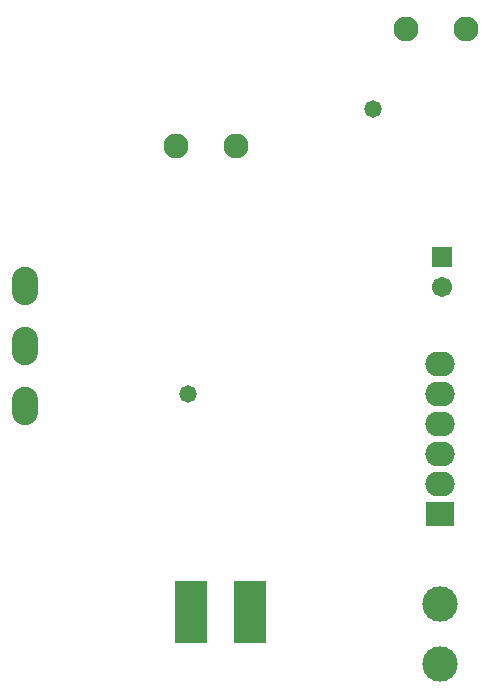
<source format=gbs>
G04*
G04 #@! TF.GenerationSoftware,Altium Limited,Altium Designer,21.0.9 (235)*
G04*
G04 Layer_Color=16711935*
%FSTAX24Y24*%
%MOIN*%
G70*
G04*
G04 #@! TF.SameCoordinates,45A28FA0-0FE0-41DF-BFDA-37982D4B71EE*
G04*
G04*
G04 #@! TF.FilePolarity,Negative*
G04*
G01*
G75*
%ADD22R,0.1080X0.2080*%
%ADD23C,0.0830*%
%ADD24C,0.1180*%
%ADD25C,0.0671*%
%ADD26R,0.0671X0.0671*%
%ADD27O,0.0980X0.0830*%
%ADD28R,0.0980X0.0830*%
%ADD29O,0.0867X0.1280*%
%ADD30C,0.0580*%
D22*
X04185Y022934D02*
D03*
X039881D02*
D03*
D23*
X04705Y04235D02*
D03*
X04905D02*
D03*
X0394Y03845D02*
D03*
X0414D02*
D03*
D24*
X0482Y0212D02*
D03*
Y0232D02*
D03*
D25*
X04825Y03375D02*
D03*
D26*
Y03475D02*
D03*
D27*
X0482Y0312D02*
D03*
Y0292D02*
D03*
Y0282D02*
D03*
Y0272D02*
D03*
Y0302D02*
D03*
D28*
Y0262D02*
D03*
D29*
X03435Y0338D02*
D03*
Y03179D02*
D03*
Y0298D02*
D03*
D30*
X04595Y0397D02*
D03*
X0398Y0302D02*
D03*
M02*

</source>
